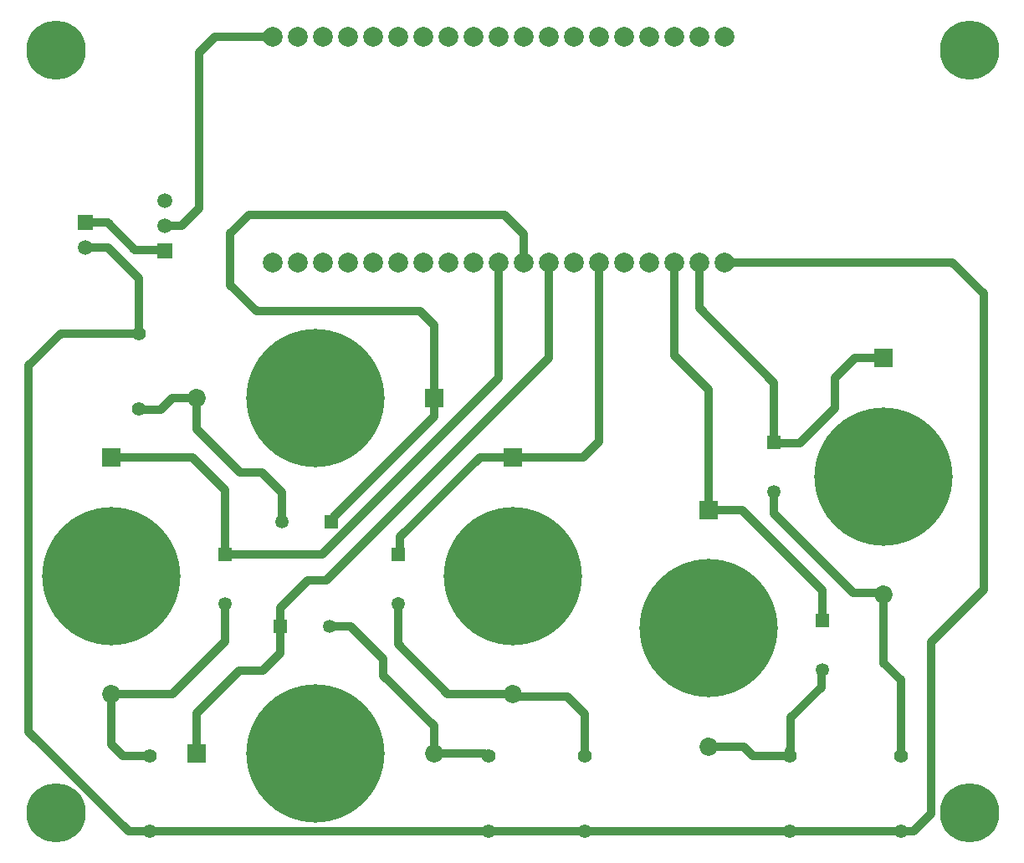
<source format=gbl>
%FSDAX23Y23*%
%MOMM*%
%SFA1B1*%

%IPPOS*%
%ADD10C,0.888998*%
%ADD11C,1.849996*%
%ADD12R,1.849996X1.849996*%
%ADD13C,13.999972*%
%ADD14R,1.849996X1.849996*%
%ADD15C,1.999996*%
%ADD16R,1.349997X1.349997*%
%ADD17C,1.349997*%
%ADD18R,1.349997X1.349997*%
%ADD19C,1.399997*%
%ADD20C,5.999988*%
%ADD21R,1.499997X1.499997*%
%ADD22C,1.499997*%
%LNpcb_control-1*%
%LPD*%
G54D10*
X92354Y03911D02*
Y21304D01*
X77999Y02129D02*
X90572D01*
X92354Y03911*
Y21304D02*
X97618Y26568D01*
X41999Y44108D02*
Y45999D01*
X31838Y33947D02*
X41999Y44108D01*
X31838Y33656D02*
Y33947D01*
X51079Y59892D02*
X51231Y59740D01*
X13249Y02129D02*
X47499D01*
X49123Y64516D02*
X51079Y62559D01*
X23291Y64516D02*
X49123D01*
X51079Y59892D02*
Y62559D01*
Y59749D02*
X51222D01*
X20872Y30185D02*
Y36652D01*
X17524Y39999D02*
X20872Y36652D01*
Y30185D02*
X30693D01*
X48539Y48031*
X47361Y09749D02*
X47499D01*
X47111Y09999D02*
X47361Y09749D01*
X41999Y09999D02*
X47111D01*
X36880Y17881D02*
Y19583D01*
X41999Y09999D02*
Y12762D01*
X33578Y22885D02*
X36880Y19583D01*
Y17881D02*
X41999Y12762D01*
X31445Y22885D02*
X31481D01*
X31419Y22860D02*
X31445Y22885D01*
X33578*
X22326Y18415D02*
X24714D01*
X26481Y20182D02*
Y22885D01*
X24714Y18415D02*
X26481Y20182D01*
Y22885D02*
Y24728D01*
X17957Y14046D02*
X22326Y18415D01*
X17957Y10007D02*
Y14046D01*
Y10007D02*
X17965Y09999D01*
X17999*
X41999Y45999D02*
Y53326D01*
X40563Y54762D02*
X41999Y53326D01*
X24053Y54762D02*
X40563D01*
X21412Y57404D02*
X24053Y54762D01*
X21412Y57404D02*
Y62636D01*
X23291Y64516*
X31608Y33426D02*
X31838Y33656D01*
X17999Y42832D02*
Y45999D01*
X22377Y38455D02*
X24587D01*
X26608Y36434*
X17999Y42832D02*
X22377Y38455D01*
X26608Y33426D02*
Y36434D01*
X12194Y44805D02*
X14376D01*
X15570Y45999*
X17999*
X12119Y44880D02*
X12194Y44805D01*
X12119Y44880D02*
Y44893D01*
X31089Y27533D02*
X53619Y50063D01*
X29286Y27533D02*
X31089D01*
X26481Y24728D02*
X29286Y27533D01*
X38584Y31904D02*
X46680Y39999D01*
X38584Y30416D02*
Y31904D01*
X49999Y39999D02*
X57101D01*
X46680D02*
X49999D01*
X38354Y30185D02*
X38584Y30416D01*
X11119Y02129D02*
X13249D01*
X89249Y09749D02*
Y17429D01*
X87499Y19179D02*
X89249Y17429D01*
X87499Y19179D02*
Y26074D01*
X84485Y26258D02*
X87316D01*
X76426Y34317D02*
X84485Y26258D01*
X76426Y34317D02*
Y36478D01*
X87316Y26258D02*
X87499Y26074D01*
X76426Y41478D02*
Y47525D01*
X68834Y55118D02*
X76426Y47525D01*
X68834Y55118D02*
Y59944D01*
X68859Y59917*
Y59749D02*
Y59917D01*
X84618Y50074D02*
X87499D01*
X82550Y48006D02*
X84618Y50074D01*
X82550Y44958D02*
Y48006D01*
X78994Y41402D02*
X82550Y44958D01*
X76454Y41402D02*
X78994D01*
X76426Y41429D02*
X76454Y41402D01*
X76426Y41429D02*
Y41478D01*
X94427Y59749D02*
X97618Y56559D01*
X71399Y59749D02*
X94427D01*
X97618Y26568D02*
Y56559D01*
X78099Y13624D02*
X81209Y16734D01*
Y18558*
X73173Y34651D02*
X81280Y26544D01*
Y23652D02*
Y26544D01*
X57249Y02129D02*
X77999D01*
X38354Y21070D02*
X43424Y15999D01*
X38354Y21070D02*
Y25398D01*
X15491Y15999D02*
X20828Y21336D01*
Y24743*
X04253Y52513D02*
X12119D01*
X00999Y49259D02*
X04253Y52513D01*
X00999Y12249D02*
Y49259D01*
X53619Y50063D02*
Y59629D01*
X09349Y39999D02*
X17524D01*
X74262Y09749D02*
X77999D01*
X70036Y10651D02*
X73361D01*
X74262Y09749*
X48539Y48031D02*
Y59749D01*
X14749Y63459D02*
X16469D01*
X18249Y65239D02*
Y80999D01*
X16469Y63459D02*
X18249Y65239D01*
X10569Y09749D02*
X13249D01*
X09349Y10969D02*
X10569Y09749D01*
X09349Y10969D02*
Y15999D01*
X15491*
X49749D02*
X49999Y15749D01*
X69774Y34674D02*
Y46874D01*
X66319Y50329D02*
X69774Y46874D01*
X43424Y15999D02*
X49749D01*
X78099Y10424D02*
Y13624D01*
X77949Y10274D02*
X78099Y10424D01*
X70036Y34651D02*
X73173D01*
X66319Y50329D02*
Y59644D01*
X66424Y59749*
X66319D02*
X66424D01*
X47499Y02129D02*
X57249D01*
X00999Y12249D02*
X11119Y02129D01*
X55499Y15749D02*
X57249Y13999D01*
X49999Y15749D02*
X55499D01*
X57249Y10190D02*
Y13999D01*
X57101Y39999D02*
X58699Y41598D01*
Y59729*
X53499Y59749D02*
X53619Y59629D01*
X53499Y59749D02*
X53619D01*
X12119Y52513D02*
Y58130D01*
X06749Y61209D02*
X09039D01*
X12119Y58130*
X19859Y82609D02*
X25679D01*
X18249Y80999D02*
X19859Y82609D01*
X14669Y60999D02*
X14749Y60919D01*
X11749Y60999D02*
X14669D01*
X08999Y63749D02*
X11749Y60999D01*
X06749Y63749D02*
X08999D01*
G54D11*
X17999Y45999D03*
X41999Y09999D03*
X87499Y26074D03*
X49999Y15999D03*
X09349D03*
X69774Y10674D03*
G54D12*
X41999Y45999D03*
X17999Y09999D03*
G54D13*
X29999Y45999D03*
Y09999D03*
X87499Y38074D03*
X49999Y27999D03*
X09349D03*
X69774Y22674D03*
G54D14*
X87499Y50074D03*
X49999Y39999D03*
X09349D03*
X69774Y34674D03*
G54D15*
X71399Y82609D03*
Y59749D03*
X68859D03*
X66319D03*
X63779D03*
X61239D03*
X58699D03*
X56159D03*
X53619D03*
X51079D03*
X48539D03*
X45999D03*
X43459D03*
X40919D03*
X38379D03*
X35839D03*
X33299D03*
X30759D03*
X28219D03*
X25679D03*
Y82609D03*
X28219D03*
X30759D03*
X33299D03*
X35839D03*
X38379D03*
X40919D03*
X43459D03*
X45999D03*
X48539D03*
X51079D03*
X53619D03*
X56159D03*
X58699D03*
X61239D03*
X63779D03*
X66319D03*
X68859D03*
G54D16*
X20872Y30185D03*
X38354D03*
X81297Y23463D03*
X76426Y41478D03*
G54D17*
X20872Y25185D03*
X38354D03*
X26608Y33426D03*
X81297Y18463D03*
X76426Y36478D03*
X31481Y22885D03*
G54D18*
X31608Y33426D03*
X26481Y22885D03*
G54D19*
X57249Y09749D03*
Y02129D03*
X47499Y09749D03*
Y02129D03*
X13249Y09749D03*
Y02129D03*
X89249D03*
Y09749D03*
X77999Y02129D03*
Y09749D03*
X12119Y52513D03*
Y44893D03*
G54D20*
X96249Y03999D03*
X03749D03*
X96249Y81249D03*
X03749D03*
G54D21*
X06749Y63749D03*
X14749Y60919D03*
G54D22*
X06749Y61209D03*
X14749Y63459D03*
Y65999D03*
M02*
</source>
